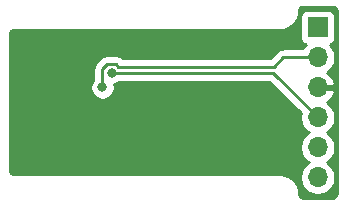
<source format=gbr>
%TF.GenerationSoftware,KiCad,Pcbnew,5.1.6-c6e7f7d~87~ubuntu18.04.1*%
%TF.CreationDate,2020-07-27T20:58:04-04:00*%
%TF.ProjectId,nucleo-stlink-adapter,6e75636c-656f-42d7-9374-6c696e6b2d61,rev?*%
%TF.SameCoordinates,Original*%
%TF.FileFunction,Copper,L2,Bot*%
%TF.FilePolarity,Positive*%
%FSLAX46Y46*%
G04 Gerber Fmt 4.6, Leading zero omitted, Abs format (unit mm)*
G04 Created by KiCad (PCBNEW 5.1.6-c6e7f7d~87~ubuntu18.04.1) date 2020-07-27 20:58:04*
%MOMM*%
%LPD*%
G01*
G04 APERTURE LIST*
%TA.AperFunction,ComponentPad*%
%ADD10O,1.700000X1.700000*%
%TD*%
%TA.AperFunction,ComponentPad*%
%ADD11R,1.700000X1.700000*%
%TD*%
%TA.AperFunction,ViaPad*%
%ADD12C,0.800000*%
%TD*%
%TA.AperFunction,Conductor*%
%ADD13C,0.250000*%
%TD*%
%TA.AperFunction,Conductor*%
%ADD14C,0.254000*%
%TD*%
G04 APERTURE END LIST*
D10*
%TO.P,J2,6*%
%TO.N,SWO*%
X125730000Y-87630000D03*
%TO.P,J2,5*%
%TO.N,nRST*%
X125730000Y-85090000D03*
%TO.P,J2,4*%
%TO.N,SWDIO*%
X125730000Y-82550000D03*
%TO.P,J2,3*%
%TO.N,GND*%
X125730000Y-80010000D03*
%TO.P,J2,2*%
%TO.N,SWCLK*%
X125730000Y-77470000D03*
D11*
%TO.P,J2,1*%
%TO.N,VTARGET*%
X125730000Y-74930000D03*
%TD*%
D12*
%TO.N,SWDIO*%
X108275000Y-78750000D03*
%TO.N,SWCLK*%
X107500000Y-80000000D03*
%TD*%
D13*
%TO.N,SWDIO*%
X125730000Y-82550000D02*
X121930000Y-78750000D01*
X121930000Y-78750000D02*
X108275000Y-78750000D01*
%TO.N,SWCLK*%
X125730000Y-77470000D02*
X122829991Y-77470000D01*
X122049991Y-78250000D02*
X108848002Y-78250000D01*
X122829991Y-77470000D02*
X122049991Y-78250000D01*
X107500000Y-78451998D02*
X107500000Y-80000000D01*
X107926999Y-78024999D02*
X107500000Y-78451998D01*
X108623001Y-78024999D02*
X107926999Y-78024999D01*
X108848002Y-78250000D02*
X108623001Y-78024999D01*
%TD*%
D14*
%TO.N,GND*%
G36*
X127065424Y-73169580D02*
G01*
X127128356Y-73188580D01*
X127186405Y-73219445D01*
X127237343Y-73260989D01*
X127279248Y-73311644D01*
X127310515Y-73369471D01*
X127329956Y-73432272D01*
X127340000Y-73527835D01*
X127340001Y-88967711D01*
X127330420Y-89065424D01*
X127311420Y-89128357D01*
X127280554Y-89186406D01*
X127239011Y-89237343D01*
X127188356Y-89279248D01*
X127130529Y-89310515D01*
X127067728Y-89329956D01*
X126972165Y-89340000D01*
X124532279Y-89340000D01*
X124434576Y-89330420D01*
X124371643Y-89311420D01*
X124313594Y-89280554D01*
X124262657Y-89239011D01*
X124220752Y-89188356D01*
X124189485Y-89130529D01*
X124170044Y-89067728D01*
X124157176Y-88945292D01*
X124157260Y-88933199D01*
X124156360Y-88924028D01*
X124135959Y-88729931D01*
X124123934Y-88671348D01*
X124112723Y-88612577D01*
X124110059Y-88603755D01*
X124052347Y-88417317D01*
X124029162Y-88362162D01*
X124006758Y-88306709D01*
X124002432Y-88298573D01*
X123909607Y-88126896D01*
X123876139Y-88077278D01*
X123843400Y-88027247D01*
X123837576Y-88020106D01*
X123713172Y-87869728D01*
X123670737Y-87827589D01*
X123628874Y-87784839D01*
X123621773Y-87778966D01*
X123470531Y-87655616D01*
X123420738Y-87622534D01*
X123371349Y-87588716D01*
X123363243Y-87584333D01*
X123190921Y-87492708D01*
X123135606Y-87469909D01*
X123080634Y-87446348D01*
X123071831Y-87443623D01*
X122884995Y-87387214D01*
X122826307Y-87375594D01*
X122767804Y-87363158D01*
X122758639Y-87362195D01*
X122564405Y-87343150D01*
X122564402Y-87343150D01*
X122532419Y-87340000D01*
X100032279Y-87340000D01*
X99934576Y-87330420D01*
X99871643Y-87311420D01*
X99813594Y-87280554D01*
X99762657Y-87239011D01*
X99720752Y-87188356D01*
X99689485Y-87130529D01*
X99670044Y-87067728D01*
X99660000Y-86972165D01*
X99660000Y-79898061D01*
X106465000Y-79898061D01*
X106465000Y-80101939D01*
X106504774Y-80301898D01*
X106582795Y-80490256D01*
X106696063Y-80659774D01*
X106840226Y-80803937D01*
X107009744Y-80917205D01*
X107198102Y-80995226D01*
X107398061Y-81035000D01*
X107601939Y-81035000D01*
X107801898Y-80995226D01*
X107990256Y-80917205D01*
X108159774Y-80803937D01*
X108303937Y-80659774D01*
X108417205Y-80490256D01*
X108495226Y-80301898D01*
X108535000Y-80101939D01*
X108535000Y-79898061D01*
X108507351Y-79759060D01*
X108576898Y-79745226D01*
X108765256Y-79667205D01*
X108934774Y-79553937D01*
X108978711Y-79510000D01*
X121615199Y-79510000D01*
X124288790Y-82183592D01*
X124245000Y-82403740D01*
X124245000Y-82696260D01*
X124302068Y-82983158D01*
X124414010Y-83253411D01*
X124576525Y-83496632D01*
X124783368Y-83703475D01*
X124957760Y-83820000D01*
X124783368Y-83936525D01*
X124576525Y-84143368D01*
X124414010Y-84386589D01*
X124302068Y-84656842D01*
X124245000Y-84943740D01*
X124245000Y-85236260D01*
X124302068Y-85523158D01*
X124414010Y-85793411D01*
X124576525Y-86036632D01*
X124783368Y-86243475D01*
X124957760Y-86360000D01*
X124783368Y-86476525D01*
X124576525Y-86683368D01*
X124414010Y-86926589D01*
X124302068Y-87196842D01*
X124245000Y-87483740D01*
X124245000Y-87776260D01*
X124302068Y-88063158D01*
X124414010Y-88333411D01*
X124576525Y-88576632D01*
X124783368Y-88783475D01*
X125026589Y-88945990D01*
X125296842Y-89057932D01*
X125583740Y-89115000D01*
X125876260Y-89115000D01*
X126163158Y-89057932D01*
X126433411Y-88945990D01*
X126676632Y-88783475D01*
X126883475Y-88576632D01*
X127045990Y-88333411D01*
X127157932Y-88063158D01*
X127215000Y-87776260D01*
X127215000Y-87483740D01*
X127157932Y-87196842D01*
X127045990Y-86926589D01*
X126883475Y-86683368D01*
X126676632Y-86476525D01*
X126502240Y-86360000D01*
X126676632Y-86243475D01*
X126883475Y-86036632D01*
X127045990Y-85793411D01*
X127157932Y-85523158D01*
X127215000Y-85236260D01*
X127215000Y-84943740D01*
X127157932Y-84656842D01*
X127045990Y-84386589D01*
X126883475Y-84143368D01*
X126676632Y-83936525D01*
X126502240Y-83820000D01*
X126676632Y-83703475D01*
X126883475Y-83496632D01*
X127045990Y-83253411D01*
X127157932Y-82983158D01*
X127215000Y-82696260D01*
X127215000Y-82403740D01*
X127157932Y-82116842D01*
X127045990Y-81846589D01*
X126883475Y-81603368D01*
X126676632Y-81396525D01*
X126494466Y-81274805D01*
X126611355Y-81205178D01*
X126827588Y-81010269D01*
X127001641Y-80776920D01*
X127126825Y-80514099D01*
X127171476Y-80366890D01*
X127050155Y-80137000D01*
X125857000Y-80137000D01*
X125857000Y-80157000D01*
X125603000Y-80157000D01*
X125603000Y-80137000D01*
X125583000Y-80137000D01*
X125583000Y-79883000D01*
X125603000Y-79883000D01*
X125603000Y-79863000D01*
X125857000Y-79863000D01*
X125857000Y-79883000D01*
X127050155Y-79883000D01*
X127171476Y-79653110D01*
X127126825Y-79505901D01*
X127001641Y-79243080D01*
X126827588Y-79009731D01*
X126611355Y-78814822D01*
X126494466Y-78745195D01*
X126676632Y-78623475D01*
X126883475Y-78416632D01*
X127045990Y-78173411D01*
X127157932Y-77903158D01*
X127215000Y-77616260D01*
X127215000Y-77323740D01*
X127157932Y-77036842D01*
X127045990Y-76766589D01*
X126883475Y-76523368D01*
X126751620Y-76391513D01*
X126824180Y-76369502D01*
X126934494Y-76310537D01*
X127031185Y-76231185D01*
X127110537Y-76134494D01*
X127169502Y-76024180D01*
X127205812Y-75904482D01*
X127218072Y-75780000D01*
X127218072Y-74080000D01*
X127205812Y-73955518D01*
X127169502Y-73835820D01*
X127110537Y-73725506D01*
X127031185Y-73628815D01*
X126934494Y-73549463D01*
X126824180Y-73490498D01*
X126704482Y-73454188D01*
X126580000Y-73441928D01*
X124880000Y-73441928D01*
X124755518Y-73454188D01*
X124635820Y-73490498D01*
X124525506Y-73549463D01*
X124428815Y-73628815D01*
X124349463Y-73725506D01*
X124290498Y-73835820D01*
X124254188Y-73955518D01*
X124241928Y-74080000D01*
X124241928Y-75780000D01*
X124254188Y-75904482D01*
X124290498Y-76024180D01*
X124349463Y-76134494D01*
X124428815Y-76231185D01*
X124525506Y-76310537D01*
X124635820Y-76369502D01*
X124708380Y-76391513D01*
X124576525Y-76523368D01*
X124451822Y-76710000D01*
X122867324Y-76710000D01*
X122829991Y-76706323D01*
X122792658Y-76710000D01*
X122681005Y-76720997D01*
X122537744Y-76764454D01*
X122405715Y-76835026D01*
X122289990Y-76929999D01*
X122266192Y-76958998D01*
X121735190Y-77490000D01*
X109167107Y-77490000D01*
X109163002Y-77484998D01*
X109047277Y-77390025D01*
X108915248Y-77319453D01*
X108771987Y-77275996D01*
X108660334Y-77264999D01*
X108660323Y-77264999D01*
X108623001Y-77261323D01*
X108585679Y-77264999D01*
X107964324Y-77264999D01*
X107926999Y-77261323D01*
X107889674Y-77264999D01*
X107889666Y-77264999D01*
X107778013Y-77275996D01*
X107634752Y-77319453D01*
X107502723Y-77390025D01*
X107386998Y-77484998D01*
X107363195Y-77514002D01*
X106989003Y-77888194D01*
X106959999Y-77911997D01*
X106922448Y-77957754D01*
X106865026Y-78027722D01*
X106825850Y-78101015D01*
X106794454Y-78159752D01*
X106750997Y-78303013D01*
X106740000Y-78414666D01*
X106740000Y-78414676D01*
X106736324Y-78451998D01*
X106740000Y-78489321D01*
X106740001Y-79296288D01*
X106696063Y-79340226D01*
X106582795Y-79509744D01*
X106504774Y-79698102D01*
X106465000Y-79898061D01*
X99660000Y-79898061D01*
X99660000Y-75532279D01*
X99669580Y-75434576D01*
X99688580Y-75371644D01*
X99719445Y-75313595D01*
X99760989Y-75262657D01*
X99811644Y-75220752D01*
X99869471Y-75189485D01*
X99932272Y-75170044D01*
X100027835Y-75160000D01*
X122532419Y-75160000D01*
X122560674Y-75157217D01*
X122566801Y-75157260D01*
X122575972Y-75156360D01*
X122770069Y-75135959D01*
X122828658Y-75123932D01*
X122887423Y-75112723D01*
X122896245Y-75110059D01*
X123082683Y-75052347D01*
X123137838Y-75029162D01*
X123193291Y-75006758D01*
X123201427Y-75002432D01*
X123373104Y-74909607D01*
X123422699Y-74876154D01*
X123472753Y-74843400D01*
X123479894Y-74837576D01*
X123630272Y-74713172D01*
X123672411Y-74670737D01*
X123715161Y-74628874D01*
X123721034Y-74621773D01*
X123844384Y-74470531D01*
X123877477Y-74420723D01*
X123911284Y-74371349D01*
X123915667Y-74363243D01*
X124007292Y-74190920D01*
X124030090Y-74135608D01*
X124053652Y-74080634D01*
X124056377Y-74071831D01*
X124112786Y-73884994D01*
X124124405Y-73826314D01*
X124136842Y-73767804D01*
X124137805Y-73758639D01*
X124156850Y-73564406D01*
X124156850Y-73564404D01*
X124169580Y-73434576D01*
X124188580Y-73371644D01*
X124219445Y-73313595D01*
X124260989Y-73262657D01*
X124311644Y-73220752D01*
X124369471Y-73189485D01*
X124432272Y-73170044D01*
X124527835Y-73160000D01*
X126967721Y-73160000D01*
X127065424Y-73169580D01*
G37*
X127065424Y-73169580D02*
X127128356Y-73188580D01*
X127186405Y-73219445D01*
X127237343Y-73260989D01*
X127279248Y-73311644D01*
X127310515Y-73369471D01*
X127329956Y-73432272D01*
X127340000Y-73527835D01*
X127340001Y-88967711D01*
X127330420Y-89065424D01*
X127311420Y-89128357D01*
X127280554Y-89186406D01*
X127239011Y-89237343D01*
X127188356Y-89279248D01*
X127130529Y-89310515D01*
X127067728Y-89329956D01*
X126972165Y-89340000D01*
X124532279Y-89340000D01*
X124434576Y-89330420D01*
X124371643Y-89311420D01*
X124313594Y-89280554D01*
X124262657Y-89239011D01*
X124220752Y-89188356D01*
X124189485Y-89130529D01*
X124170044Y-89067728D01*
X124157176Y-88945292D01*
X124157260Y-88933199D01*
X124156360Y-88924028D01*
X124135959Y-88729931D01*
X124123934Y-88671348D01*
X124112723Y-88612577D01*
X124110059Y-88603755D01*
X124052347Y-88417317D01*
X124029162Y-88362162D01*
X124006758Y-88306709D01*
X124002432Y-88298573D01*
X123909607Y-88126896D01*
X123876139Y-88077278D01*
X123843400Y-88027247D01*
X123837576Y-88020106D01*
X123713172Y-87869728D01*
X123670737Y-87827589D01*
X123628874Y-87784839D01*
X123621773Y-87778966D01*
X123470531Y-87655616D01*
X123420738Y-87622534D01*
X123371349Y-87588716D01*
X123363243Y-87584333D01*
X123190921Y-87492708D01*
X123135606Y-87469909D01*
X123080634Y-87446348D01*
X123071831Y-87443623D01*
X122884995Y-87387214D01*
X122826307Y-87375594D01*
X122767804Y-87363158D01*
X122758639Y-87362195D01*
X122564405Y-87343150D01*
X122564402Y-87343150D01*
X122532419Y-87340000D01*
X100032279Y-87340000D01*
X99934576Y-87330420D01*
X99871643Y-87311420D01*
X99813594Y-87280554D01*
X99762657Y-87239011D01*
X99720752Y-87188356D01*
X99689485Y-87130529D01*
X99670044Y-87067728D01*
X99660000Y-86972165D01*
X99660000Y-79898061D01*
X106465000Y-79898061D01*
X106465000Y-80101939D01*
X106504774Y-80301898D01*
X106582795Y-80490256D01*
X106696063Y-80659774D01*
X106840226Y-80803937D01*
X107009744Y-80917205D01*
X107198102Y-80995226D01*
X107398061Y-81035000D01*
X107601939Y-81035000D01*
X107801898Y-80995226D01*
X107990256Y-80917205D01*
X108159774Y-80803937D01*
X108303937Y-80659774D01*
X108417205Y-80490256D01*
X108495226Y-80301898D01*
X108535000Y-80101939D01*
X108535000Y-79898061D01*
X108507351Y-79759060D01*
X108576898Y-79745226D01*
X108765256Y-79667205D01*
X108934774Y-79553937D01*
X108978711Y-79510000D01*
X121615199Y-79510000D01*
X124288790Y-82183592D01*
X124245000Y-82403740D01*
X124245000Y-82696260D01*
X124302068Y-82983158D01*
X124414010Y-83253411D01*
X124576525Y-83496632D01*
X124783368Y-83703475D01*
X124957760Y-83820000D01*
X124783368Y-83936525D01*
X124576525Y-84143368D01*
X124414010Y-84386589D01*
X124302068Y-84656842D01*
X124245000Y-84943740D01*
X124245000Y-85236260D01*
X124302068Y-85523158D01*
X124414010Y-85793411D01*
X124576525Y-86036632D01*
X124783368Y-86243475D01*
X124957760Y-86360000D01*
X124783368Y-86476525D01*
X124576525Y-86683368D01*
X124414010Y-86926589D01*
X124302068Y-87196842D01*
X124245000Y-87483740D01*
X124245000Y-87776260D01*
X124302068Y-88063158D01*
X124414010Y-88333411D01*
X124576525Y-88576632D01*
X124783368Y-88783475D01*
X125026589Y-88945990D01*
X125296842Y-89057932D01*
X125583740Y-89115000D01*
X125876260Y-89115000D01*
X126163158Y-89057932D01*
X126433411Y-88945990D01*
X126676632Y-88783475D01*
X126883475Y-88576632D01*
X127045990Y-88333411D01*
X127157932Y-88063158D01*
X127215000Y-87776260D01*
X127215000Y-87483740D01*
X127157932Y-87196842D01*
X127045990Y-86926589D01*
X126883475Y-86683368D01*
X126676632Y-86476525D01*
X126502240Y-86360000D01*
X126676632Y-86243475D01*
X126883475Y-86036632D01*
X127045990Y-85793411D01*
X127157932Y-85523158D01*
X127215000Y-85236260D01*
X127215000Y-84943740D01*
X127157932Y-84656842D01*
X127045990Y-84386589D01*
X126883475Y-84143368D01*
X126676632Y-83936525D01*
X126502240Y-83820000D01*
X126676632Y-83703475D01*
X126883475Y-83496632D01*
X127045990Y-83253411D01*
X127157932Y-82983158D01*
X127215000Y-82696260D01*
X127215000Y-82403740D01*
X127157932Y-82116842D01*
X127045990Y-81846589D01*
X126883475Y-81603368D01*
X126676632Y-81396525D01*
X126494466Y-81274805D01*
X126611355Y-81205178D01*
X126827588Y-81010269D01*
X127001641Y-80776920D01*
X127126825Y-80514099D01*
X127171476Y-80366890D01*
X127050155Y-80137000D01*
X125857000Y-80137000D01*
X125857000Y-80157000D01*
X125603000Y-80157000D01*
X125603000Y-80137000D01*
X125583000Y-80137000D01*
X125583000Y-79883000D01*
X125603000Y-79883000D01*
X125603000Y-79863000D01*
X125857000Y-79863000D01*
X125857000Y-79883000D01*
X127050155Y-79883000D01*
X127171476Y-79653110D01*
X127126825Y-79505901D01*
X127001641Y-79243080D01*
X126827588Y-79009731D01*
X126611355Y-78814822D01*
X126494466Y-78745195D01*
X126676632Y-78623475D01*
X126883475Y-78416632D01*
X127045990Y-78173411D01*
X127157932Y-77903158D01*
X127215000Y-77616260D01*
X127215000Y-77323740D01*
X127157932Y-77036842D01*
X127045990Y-76766589D01*
X126883475Y-76523368D01*
X126751620Y-76391513D01*
X126824180Y-76369502D01*
X126934494Y-76310537D01*
X127031185Y-76231185D01*
X127110537Y-76134494D01*
X127169502Y-76024180D01*
X127205812Y-75904482D01*
X127218072Y-75780000D01*
X127218072Y-74080000D01*
X127205812Y-73955518D01*
X127169502Y-73835820D01*
X127110537Y-73725506D01*
X127031185Y-73628815D01*
X126934494Y-73549463D01*
X126824180Y-73490498D01*
X126704482Y-73454188D01*
X126580000Y-73441928D01*
X124880000Y-73441928D01*
X124755518Y-73454188D01*
X124635820Y-73490498D01*
X124525506Y-73549463D01*
X124428815Y-73628815D01*
X124349463Y-73725506D01*
X124290498Y-73835820D01*
X124254188Y-73955518D01*
X124241928Y-74080000D01*
X124241928Y-75780000D01*
X124254188Y-75904482D01*
X124290498Y-76024180D01*
X124349463Y-76134494D01*
X124428815Y-76231185D01*
X124525506Y-76310537D01*
X124635820Y-76369502D01*
X124708380Y-76391513D01*
X124576525Y-76523368D01*
X124451822Y-76710000D01*
X122867324Y-76710000D01*
X122829991Y-76706323D01*
X122792658Y-76710000D01*
X122681005Y-76720997D01*
X122537744Y-76764454D01*
X122405715Y-76835026D01*
X122289990Y-76929999D01*
X122266192Y-76958998D01*
X121735190Y-77490000D01*
X109167107Y-77490000D01*
X109163002Y-77484998D01*
X109047277Y-77390025D01*
X108915248Y-77319453D01*
X108771987Y-77275996D01*
X108660334Y-77264999D01*
X108660323Y-77264999D01*
X108623001Y-77261323D01*
X108585679Y-77264999D01*
X107964324Y-77264999D01*
X107926999Y-77261323D01*
X107889674Y-77264999D01*
X107889666Y-77264999D01*
X107778013Y-77275996D01*
X107634752Y-77319453D01*
X107502723Y-77390025D01*
X107386998Y-77484998D01*
X107363195Y-77514002D01*
X106989003Y-77888194D01*
X106959999Y-77911997D01*
X106922448Y-77957754D01*
X106865026Y-78027722D01*
X106825850Y-78101015D01*
X106794454Y-78159752D01*
X106750997Y-78303013D01*
X106740000Y-78414666D01*
X106740000Y-78414676D01*
X106736324Y-78451998D01*
X106740000Y-78489321D01*
X106740001Y-79296288D01*
X106696063Y-79340226D01*
X106582795Y-79509744D01*
X106504774Y-79698102D01*
X106465000Y-79898061D01*
X99660000Y-79898061D01*
X99660000Y-75532279D01*
X99669580Y-75434576D01*
X99688580Y-75371644D01*
X99719445Y-75313595D01*
X99760989Y-75262657D01*
X99811644Y-75220752D01*
X99869471Y-75189485D01*
X99932272Y-75170044D01*
X100027835Y-75160000D01*
X122532419Y-75160000D01*
X122560674Y-75157217D01*
X122566801Y-75157260D01*
X122575972Y-75156360D01*
X122770069Y-75135959D01*
X122828658Y-75123932D01*
X122887423Y-75112723D01*
X122896245Y-75110059D01*
X123082683Y-75052347D01*
X123137838Y-75029162D01*
X123193291Y-75006758D01*
X123201427Y-75002432D01*
X123373104Y-74909607D01*
X123422699Y-74876154D01*
X123472753Y-74843400D01*
X123479894Y-74837576D01*
X123630272Y-74713172D01*
X123672411Y-74670737D01*
X123715161Y-74628874D01*
X123721034Y-74621773D01*
X123844384Y-74470531D01*
X123877477Y-74420723D01*
X123911284Y-74371349D01*
X123915667Y-74363243D01*
X124007292Y-74190920D01*
X124030090Y-74135608D01*
X124053652Y-74080634D01*
X124056377Y-74071831D01*
X124112786Y-73884994D01*
X124124405Y-73826314D01*
X124136842Y-73767804D01*
X124137805Y-73758639D01*
X124156850Y-73564406D01*
X124156850Y-73564404D01*
X124169580Y-73434576D01*
X124188580Y-73371644D01*
X124219445Y-73313595D01*
X124260989Y-73262657D01*
X124311644Y-73220752D01*
X124369471Y-73189485D01*
X124432272Y-73170044D01*
X124527835Y-73160000D01*
X126967721Y-73160000D01*
X127065424Y-73169580D01*
%TD*%
M02*

</source>
